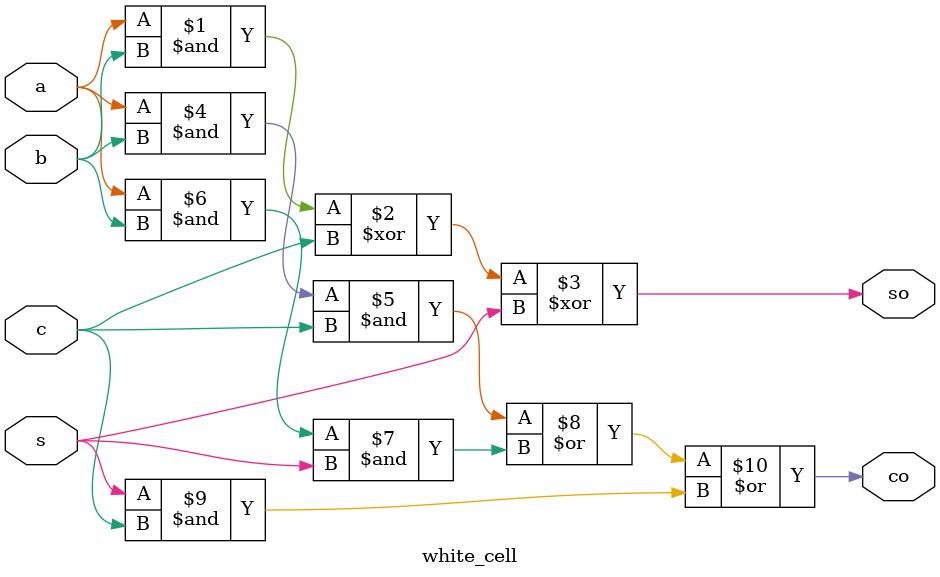
<source format=v>
module white_cell(a,b,c,s,co,so);
input a,b,c,s;
output co,so;

assign so = (a&b)^c^s;
assign co = (a&b&c)|(a&b&s)|(s&c);

endmodule
</source>
